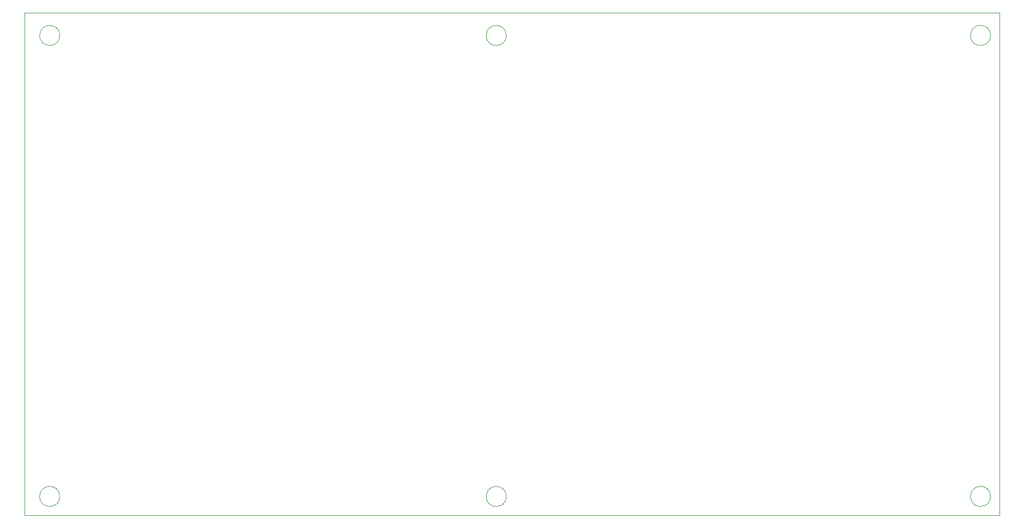
<source format=gbr>
%TF.GenerationSoftware,KiCad,Pcbnew,9.0.3*%
%TF.CreationDate,2025-09-23T17:45:54+09:00*%
%TF.ProjectId,SynthBoard,53796e74-6842-46f6-9172-642e6b696361,rev?*%
%TF.SameCoordinates,Original*%
%TF.FileFunction,Profile,NP*%
%FSLAX46Y46*%
G04 Gerber Fmt 4.6, Leading zero omitted, Abs format (unit mm)*
G04 Created by KiCad (PCBNEW 9.0.3) date 2025-09-23 17:45:54*
%MOMM*%
%LPD*%
G01*
G04 APERTURE LIST*
%TA.AperFunction,Profile*%
%ADD10C,0.050000*%
%TD*%
G04 APERTURE END LIST*
D10*
X175600000Y-121000000D02*
G75*
G02*
X172400000Y-121000000I-1600000J0D01*
G01*
X172400000Y-121000000D02*
G75*
G02*
X175600000Y-121000000I1600000J0D01*
G01*
X323600000Y-47600000D02*
G75*
G02*
X320400000Y-47600000I-1600000J0D01*
G01*
X320400000Y-47600000D02*
G75*
G02*
X323600000Y-47600000I1600000J0D01*
G01*
X175600000Y-47600000D02*
G75*
G02*
X172400000Y-47600000I-1600000J0D01*
G01*
X172400000Y-47600000D02*
G75*
G02*
X175600000Y-47600000I1600000J0D01*
G01*
X246600000Y-121000000D02*
G75*
G02*
X243400000Y-121000000I-1600000J0D01*
G01*
X243400000Y-121000000D02*
G75*
G02*
X246600000Y-121000000I1600000J0D01*
G01*
X323600000Y-121000000D02*
G75*
G02*
X320400000Y-121000000I-1600000J0D01*
G01*
X320400000Y-121000000D02*
G75*
G02*
X323600000Y-121000000I1600000J0D01*
G01*
X170000000Y-44000000D02*
X325000000Y-44000000D01*
X325000000Y-124000000D01*
X170000000Y-124000000D01*
X170000000Y-44000000D01*
X246600000Y-47600000D02*
G75*
G02*
X243400000Y-47600000I-1600000J0D01*
G01*
X243400000Y-47600000D02*
G75*
G02*
X246600000Y-47600000I1600000J0D01*
G01*
M02*

</source>
